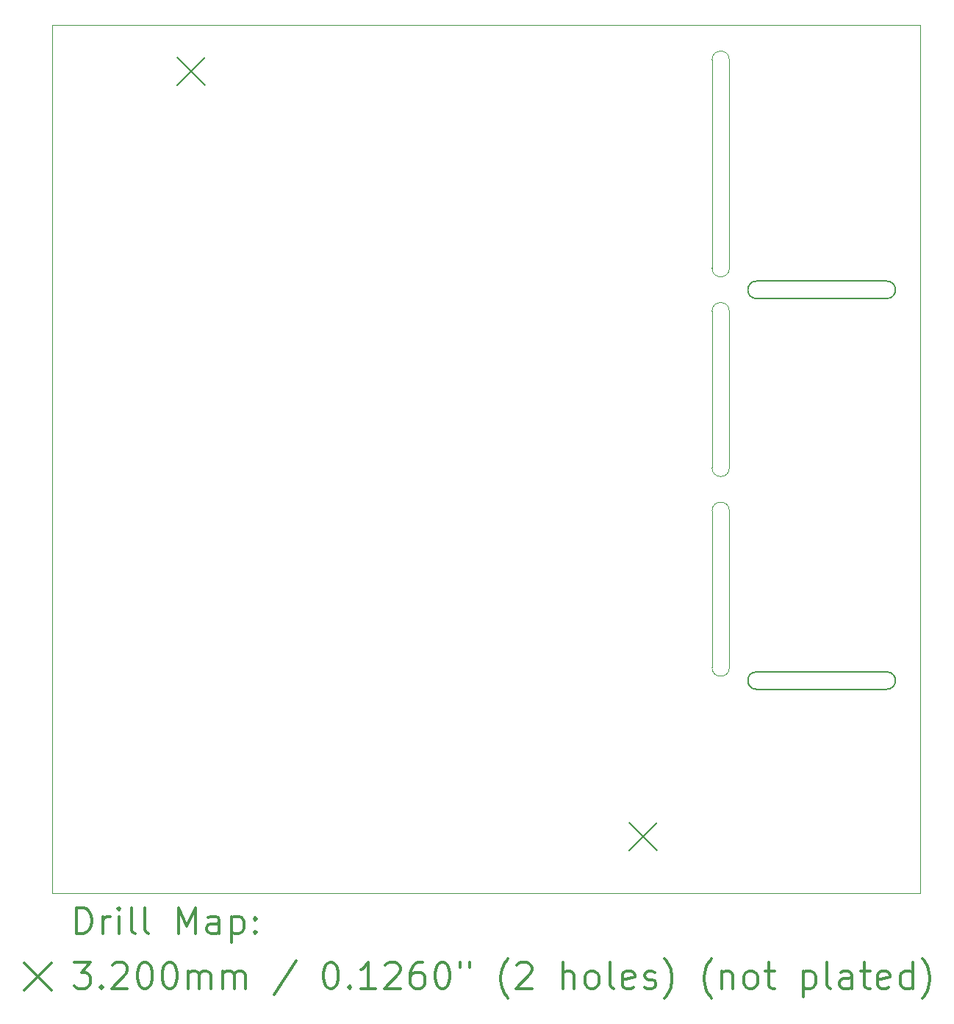
<source format=gbr>
%FSLAX45Y45*%
G04 Gerber Fmt 4.5, Leading zero omitted, Abs format (unit mm)*
G04 Created by KiCad (PCBNEW (5.1.10)-1) date 2022-09-29 16:57:20*
%MOMM*%
%LPD*%
G01*
G04 APERTURE LIST*
%TA.AperFunction,Profile*%
%ADD10C,0.150000*%
%TD*%
%TA.AperFunction,Profile*%
%ADD11C,0.050000*%
%TD*%
%ADD12C,0.200000*%
%ADD13C,0.300000*%
G04 APERTURE END LIST*
D10*
X18215710Y-12252540D02*
X19715710Y-12252540D01*
X18215710Y-12252540D02*
G75*
G02*
X18215710Y-12052540I0J100000D01*
G01*
X19715710Y-12052540D02*
X18215710Y-12052540D01*
X19715710Y-12052540D02*
G75*
G02*
X19715710Y-12252540I0J-100000D01*
G01*
X18215710Y-7752540D02*
X19715710Y-7752540D01*
X19715710Y-7552540D02*
X18215710Y-7552540D01*
X18215710Y-7752540D02*
G75*
G02*
X18215710Y-7552540I0J100000D01*
G01*
X19715710Y-7552540D02*
G75*
G02*
X19715710Y-7752540I0J-100000D01*
G01*
D11*
X17903010Y-12002540D02*
G75*
G02*
X17703010Y-12002540I-100000J0D01*
G01*
X17702976Y-10198198D02*
X17703010Y-12002540D01*
X17902976Y-10198198D02*
X17903010Y-12002540D01*
X17702976Y-10198198D02*
G75*
G02*
X17902976Y-10198198I100000J0D01*
G01*
X17702976Y-7898198D02*
G75*
G02*
X17902976Y-7898198I100000J0D01*
G01*
X17902976Y-7898198D02*
X17903010Y-9702540D01*
X17702976Y-7898198D02*
X17703010Y-9702540D01*
X17903010Y-9702540D02*
G75*
G02*
X17703010Y-9702540I-100000J0D01*
G01*
X17903010Y-7402540D02*
G75*
G02*
X17703010Y-7402540I-100000J0D01*
G01*
X17702976Y-5002540D02*
X17703010Y-7402540D01*
X17903010Y-5002540D02*
X17903010Y-7402540D01*
X17702976Y-5002540D02*
G75*
G02*
X17902976Y-5002540I100000J0D01*
G01*
X10100310Y-14599940D02*
X10100310Y-4599940D01*
X20100310Y-14599940D02*
X10100310Y-14599940D01*
X20100310Y-4599940D02*
X20100310Y-14599940D01*
X10100310Y-4599940D02*
X20100310Y-4599940D01*
D12*
X11540510Y-4973340D02*
X11860510Y-5293340D01*
X11860510Y-4973340D02*
X11540510Y-5293340D01*
X16747510Y-13787140D02*
X17067510Y-14107140D01*
X17067510Y-13787140D02*
X16747510Y-14107140D01*
D13*
X10384238Y-15068154D02*
X10384238Y-14768154D01*
X10455667Y-14768154D01*
X10498524Y-14782440D01*
X10527096Y-14811011D01*
X10541381Y-14839583D01*
X10555667Y-14896726D01*
X10555667Y-14939583D01*
X10541381Y-14996726D01*
X10527096Y-15025297D01*
X10498524Y-15053869D01*
X10455667Y-15068154D01*
X10384238Y-15068154D01*
X10684238Y-15068154D02*
X10684238Y-14868154D01*
X10684238Y-14925297D02*
X10698524Y-14896726D01*
X10712810Y-14882440D01*
X10741381Y-14868154D01*
X10769953Y-14868154D01*
X10869953Y-15068154D02*
X10869953Y-14868154D01*
X10869953Y-14768154D02*
X10855667Y-14782440D01*
X10869953Y-14796726D01*
X10884238Y-14782440D01*
X10869953Y-14768154D01*
X10869953Y-14796726D01*
X11055667Y-15068154D02*
X11027096Y-15053869D01*
X11012810Y-15025297D01*
X11012810Y-14768154D01*
X11212810Y-15068154D02*
X11184238Y-15053869D01*
X11169953Y-15025297D01*
X11169953Y-14768154D01*
X11555667Y-15068154D02*
X11555667Y-14768154D01*
X11655667Y-14982440D01*
X11755667Y-14768154D01*
X11755667Y-15068154D01*
X12027096Y-15068154D02*
X12027096Y-14911011D01*
X12012810Y-14882440D01*
X11984238Y-14868154D01*
X11927096Y-14868154D01*
X11898524Y-14882440D01*
X12027096Y-15053869D02*
X11998524Y-15068154D01*
X11927096Y-15068154D01*
X11898524Y-15053869D01*
X11884238Y-15025297D01*
X11884238Y-14996726D01*
X11898524Y-14968154D01*
X11927096Y-14953869D01*
X11998524Y-14953869D01*
X12027096Y-14939583D01*
X12169953Y-14868154D02*
X12169953Y-15168154D01*
X12169953Y-14882440D02*
X12198524Y-14868154D01*
X12255667Y-14868154D01*
X12284238Y-14882440D01*
X12298524Y-14896726D01*
X12312810Y-14925297D01*
X12312810Y-15011011D01*
X12298524Y-15039583D01*
X12284238Y-15053869D01*
X12255667Y-15068154D01*
X12198524Y-15068154D01*
X12169953Y-15053869D01*
X12441381Y-15039583D02*
X12455667Y-15053869D01*
X12441381Y-15068154D01*
X12427096Y-15053869D01*
X12441381Y-15039583D01*
X12441381Y-15068154D01*
X12441381Y-14882440D02*
X12455667Y-14896726D01*
X12441381Y-14911011D01*
X12427096Y-14896726D01*
X12441381Y-14882440D01*
X12441381Y-14911011D01*
X9777810Y-15402440D02*
X10097810Y-15722440D01*
X10097810Y-15402440D02*
X9777810Y-15722440D01*
X10355667Y-15398154D02*
X10541381Y-15398154D01*
X10441381Y-15512440D01*
X10484238Y-15512440D01*
X10512810Y-15526726D01*
X10527096Y-15541011D01*
X10541381Y-15569583D01*
X10541381Y-15641011D01*
X10527096Y-15669583D01*
X10512810Y-15683869D01*
X10484238Y-15698154D01*
X10398524Y-15698154D01*
X10369953Y-15683869D01*
X10355667Y-15669583D01*
X10669953Y-15669583D02*
X10684238Y-15683869D01*
X10669953Y-15698154D01*
X10655667Y-15683869D01*
X10669953Y-15669583D01*
X10669953Y-15698154D01*
X10798524Y-15426726D02*
X10812810Y-15412440D01*
X10841381Y-15398154D01*
X10912810Y-15398154D01*
X10941381Y-15412440D01*
X10955667Y-15426726D01*
X10969953Y-15455297D01*
X10969953Y-15483869D01*
X10955667Y-15526726D01*
X10784238Y-15698154D01*
X10969953Y-15698154D01*
X11155667Y-15398154D02*
X11184238Y-15398154D01*
X11212810Y-15412440D01*
X11227096Y-15426726D01*
X11241381Y-15455297D01*
X11255667Y-15512440D01*
X11255667Y-15583869D01*
X11241381Y-15641011D01*
X11227096Y-15669583D01*
X11212810Y-15683869D01*
X11184238Y-15698154D01*
X11155667Y-15698154D01*
X11127096Y-15683869D01*
X11112810Y-15669583D01*
X11098524Y-15641011D01*
X11084238Y-15583869D01*
X11084238Y-15512440D01*
X11098524Y-15455297D01*
X11112810Y-15426726D01*
X11127096Y-15412440D01*
X11155667Y-15398154D01*
X11441381Y-15398154D02*
X11469953Y-15398154D01*
X11498524Y-15412440D01*
X11512810Y-15426726D01*
X11527096Y-15455297D01*
X11541381Y-15512440D01*
X11541381Y-15583869D01*
X11527096Y-15641011D01*
X11512810Y-15669583D01*
X11498524Y-15683869D01*
X11469953Y-15698154D01*
X11441381Y-15698154D01*
X11412810Y-15683869D01*
X11398524Y-15669583D01*
X11384238Y-15641011D01*
X11369953Y-15583869D01*
X11369953Y-15512440D01*
X11384238Y-15455297D01*
X11398524Y-15426726D01*
X11412810Y-15412440D01*
X11441381Y-15398154D01*
X11669953Y-15698154D02*
X11669953Y-15498154D01*
X11669953Y-15526726D02*
X11684238Y-15512440D01*
X11712810Y-15498154D01*
X11755667Y-15498154D01*
X11784238Y-15512440D01*
X11798524Y-15541011D01*
X11798524Y-15698154D01*
X11798524Y-15541011D02*
X11812810Y-15512440D01*
X11841381Y-15498154D01*
X11884238Y-15498154D01*
X11912810Y-15512440D01*
X11927096Y-15541011D01*
X11927096Y-15698154D01*
X12069953Y-15698154D02*
X12069953Y-15498154D01*
X12069953Y-15526726D02*
X12084238Y-15512440D01*
X12112810Y-15498154D01*
X12155667Y-15498154D01*
X12184238Y-15512440D01*
X12198524Y-15541011D01*
X12198524Y-15698154D01*
X12198524Y-15541011D02*
X12212810Y-15512440D01*
X12241381Y-15498154D01*
X12284238Y-15498154D01*
X12312810Y-15512440D01*
X12327096Y-15541011D01*
X12327096Y-15698154D01*
X12912810Y-15383869D02*
X12655667Y-15769583D01*
X13298524Y-15398154D02*
X13327096Y-15398154D01*
X13355667Y-15412440D01*
X13369953Y-15426726D01*
X13384238Y-15455297D01*
X13398524Y-15512440D01*
X13398524Y-15583869D01*
X13384238Y-15641011D01*
X13369953Y-15669583D01*
X13355667Y-15683869D01*
X13327096Y-15698154D01*
X13298524Y-15698154D01*
X13269953Y-15683869D01*
X13255667Y-15669583D01*
X13241381Y-15641011D01*
X13227096Y-15583869D01*
X13227096Y-15512440D01*
X13241381Y-15455297D01*
X13255667Y-15426726D01*
X13269953Y-15412440D01*
X13298524Y-15398154D01*
X13527096Y-15669583D02*
X13541381Y-15683869D01*
X13527096Y-15698154D01*
X13512810Y-15683869D01*
X13527096Y-15669583D01*
X13527096Y-15698154D01*
X13827096Y-15698154D02*
X13655667Y-15698154D01*
X13741381Y-15698154D02*
X13741381Y-15398154D01*
X13712810Y-15441011D01*
X13684238Y-15469583D01*
X13655667Y-15483869D01*
X13941381Y-15426726D02*
X13955667Y-15412440D01*
X13984238Y-15398154D01*
X14055667Y-15398154D01*
X14084238Y-15412440D01*
X14098524Y-15426726D01*
X14112810Y-15455297D01*
X14112810Y-15483869D01*
X14098524Y-15526726D01*
X13927096Y-15698154D01*
X14112810Y-15698154D01*
X14369953Y-15398154D02*
X14312810Y-15398154D01*
X14284238Y-15412440D01*
X14269953Y-15426726D01*
X14241381Y-15469583D01*
X14227096Y-15526726D01*
X14227096Y-15641011D01*
X14241381Y-15669583D01*
X14255667Y-15683869D01*
X14284238Y-15698154D01*
X14341381Y-15698154D01*
X14369953Y-15683869D01*
X14384238Y-15669583D01*
X14398524Y-15641011D01*
X14398524Y-15569583D01*
X14384238Y-15541011D01*
X14369953Y-15526726D01*
X14341381Y-15512440D01*
X14284238Y-15512440D01*
X14255667Y-15526726D01*
X14241381Y-15541011D01*
X14227096Y-15569583D01*
X14584238Y-15398154D02*
X14612810Y-15398154D01*
X14641381Y-15412440D01*
X14655667Y-15426726D01*
X14669953Y-15455297D01*
X14684238Y-15512440D01*
X14684238Y-15583869D01*
X14669953Y-15641011D01*
X14655667Y-15669583D01*
X14641381Y-15683869D01*
X14612810Y-15698154D01*
X14584238Y-15698154D01*
X14555667Y-15683869D01*
X14541381Y-15669583D01*
X14527096Y-15641011D01*
X14512810Y-15583869D01*
X14512810Y-15512440D01*
X14527096Y-15455297D01*
X14541381Y-15426726D01*
X14555667Y-15412440D01*
X14584238Y-15398154D01*
X14798524Y-15398154D02*
X14798524Y-15455297D01*
X14912810Y-15398154D02*
X14912810Y-15455297D01*
X15355667Y-15812440D02*
X15341381Y-15798154D01*
X15312810Y-15755297D01*
X15298524Y-15726726D01*
X15284238Y-15683869D01*
X15269953Y-15612440D01*
X15269953Y-15555297D01*
X15284238Y-15483869D01*
X15298524Y-15441011D01*
X15312810Y-15412440D01*
X15341381Y-15369583D01*
X15355667Y-15355297D01*
X15455667Y-15426726D02*
X15469953Y-15412440D01*
X15498524Y-15398154D01*
X15569953Y-15398154D01*
X15598524Y-15412440D01*
X15612810Y-15426726D01*
X15627096Y-15455297D01*
X15627096Y-15483869D01*
X15612810Y-15526726D01*
X15441381Y-15698154D01*
X15627096Y-15698154D01*
X15984238Y-15698154D02*
X15984238Y-15398154D01*
X16112810Y-15698154D02*
X16112810Y-15541011D01*
X16098524Y-15512440D01*
X16069953Y-15498154D01*
X16027096Y-15498154D01*
X15998524Y-15512440D01*
X15984238Y-15526726D01*
X16298524Y-15698154D02*
X16269953Y-15683869D01*
X16255667Y-15669583D01*
X16241381Y-15641011D01*
X16241381Y-15555297D01*
X16255667Y-15526726D01*
X16269953Y-15512440D01*
X16298524Y-15498154D01*
X16341381Y-15498154D01*
X16369953Y-15512440D01*
X16384238Y-15526726D01*
X16398524Y-15555297D01*
X16398524Y-15641011D01*
X16384238Y-15669583D01*
X16369953Y-15683869D01*
X16341381Y-15698154D01*
X16298524Y-15698154D01*
X16569953Y-15698154D02*
X16541381Y-15683869D01*
X16527096Y-15655297D01*
X16527096Y-15398154D01*
X16798524Y-15683869D02*
X16769953Y-15698154D01*
X16712810Y-15698154D01*
X16684238Y-15683869D01*
X16669953Y-15655297D01*
X16669953Y-15541011D01*
X16684238Y-15512440D01*
X16712810Y-15498154D01*
X16769953Y-15498154D01*
X16798524Y-15512440D01*
X16812810Y-15541011D01*
X16812810Y-15569583D01*
X16669953Y-15598154D01*
X16927096Y-15683869D02*
X16955667Y-15698154D01*
X17012810Y-15698154D01*
X17041381Y-15683869D01*
X17055667Y-15655297D01*
X17055667Y-15641011D01*
X17041381Y-15612440D01*
X17012810Y-15598154D01*
X16969953Y-15598154D01*
X16941381Y-15583869D01*
X16927096Y-15555297D01*
X16927096Y-15541011D01*
X16941381Y-15512440D01*
X16969953Y-15498154D01*
X17012810Y-15498154D01*
X17041381Y-15512440D01*
X17155667Y-15812440D02*
X17169953Y-15798154D01*
X17198524Y-15755297D01*
X17212810Y-15726726D01*
X17227096Y-15683869D01*
X17241381Y-15612440D01*
X17241381Y-15555297D01*
X17227096Y-15483869D01*
X17212810Y-15441011D01*
X17198524Y-15412440D01*
X17169953Y-15369583D01*
X17155667Y-15355297D01*
X17698524Y-15812440D02*
X17684238Y-15798154D01*
X17655667Y-15755297D01*
X17641381Y-15726726D01*
X17627096Y-15683869D01*
X17612810Y-15612440D01*
X17612810Y-15555297D01*
X17627096Y-15483869D01*
X17641381Y-15441011D01*
X17655667Y-15412440D01*
X17684238Y-15369583D01*
X17698524Y-15355297D01*
X17812810Y-15498154D02*
X17812810Y-15698154D01*
X17812810Y-15526726D02*
X17827096Y-15512440D01*
X17855667Y-15498154D01*
X17898524Y-15498154D01*
X17927096Y-15512440D01*
X17941381Y-15541011D01*
X17941381Y-15698154D01*
X18127096Y-15698154D02*
X18098524Y-15683869D01*
X18084238Y-15669583D01*
X18069953Y-15641011D01*
X18069953Y-15555297D01*
X18084238Y-15526726D01*
X18098524Y-15512440D01*
X18127096Y-15498154D01*
X18169953Y-15498154D01*
X18198524Y-15512440D01*
X18212810Y-15526726D01*
X18227096Y-15555297D01*
X18227096Y-15641011D01*
X18212810Y-15669583D01*
X18198524Y-15683869D01*
X18169953Y-15698154D01*
X18127096Y-15698154D01*
X18312810Y-15498154D02*
X18427096Y-15498154D01*
X18355667Y-15398154D02*
X18355667Y-15655297D01*
X18369953Y-15683869D01*
X18398524Y-15698154D01*
X18427096Y-15698154D01*
X18755667Y-15498154D02*
X18755667Y-15798154D01*
X18755667Y-15512440D02*
X18784238Y-15498154D01*
X18841381Y-15498154D01*
X18869953Y-15512440D01*
X18884238Y-15526726D01*
X18898524Y-15555297D01*
X18898524Y-15641011D01*
X18884238Y-15669583D01*
X18869953Y-15683869D01*
X18841381Y-15698154D01*
X18784238Y-15698154D01*
X18755667Y-15683869D01*
X19069953Y-15698154D02*
X19041381Y-15683869D01*
X19027096Y-15655297D01*
X19027096Y-15398154D01*
X19312810Y-15698154D02*
X19312810Y-15541011D01*
X19298524Y-15512440D01*
X19269953Y-15498154D01*
X19212810Y-15498154D01*
X19184238Y-15512440D01*
X19312810Y-15683869D02*
X19284238Y-15698154D01*
X19212810Y-15698154D01*
X19184238Y-15683869D01*
X19169953Y-15655297D01*
X19169953Y-15626726D01*
X19184238Y-15598154D01*
X19212810Y-15583869D01*
X19284238Y-15583869D01*
X19312810Y-15569583D01*
X19412810Y-15498154D02*
X19527096Y-15498154D01*
X19455667Y-15398154D02*
X19455667Y-15655297D01*
X19469953Y-15683869D01*
X19498524Y-15698154D01*
X19527096Y-15698154D01*
X19741381Y-15683869D02*
X19712810Y-15698154D01*
X19655667Y-15698154D01*
X19627096Y-15683869D01*
X19612810Y-15655297D01*
X19612810Y-15541011D01*
X19627096Y-15512440D01*
X19655667Y-15498154D01*
X19712810Y-15498154D01*
X19741381Y-15512440D01*
X19755667Y-15541011D01*
X19755667Y-15569583D01*
X19612810Y-15598154D01*
X20012810Y-15698154D02*
X20012810Y-15398154D01*
X20012810Y-15683869D02*
X19984238Y-15698154D01*
X19927096Y-15698154D01*
X19898524Y-15683869D01*
X19884238Y-15669583D01*
X19869953Y-15641011D01*
X19869953Y-15555297D01*
X19884238Y-15526726D01*
X19898524Y-15512440D01*
X19927096Y-15498154D01*
X19984238Y-15498154D01*
X20012810Y-15512440D01*
X20127096Y-15812440D02*
X20141381Y-15798154D01*
X20169953Y-15755297D01*
X20184238Y-15726726D01*
X20198524Y-15683869D01*
X20212810Y-15612440D01*
X20212810Y-15555297D01*
X20198524Y-15483869D01*
X20184238Y-15441011D01*
X20169953Y-15412440D01*
X20141381Y-15369583D01*
X20127096Y-15355297D01*
M02*

</source>
